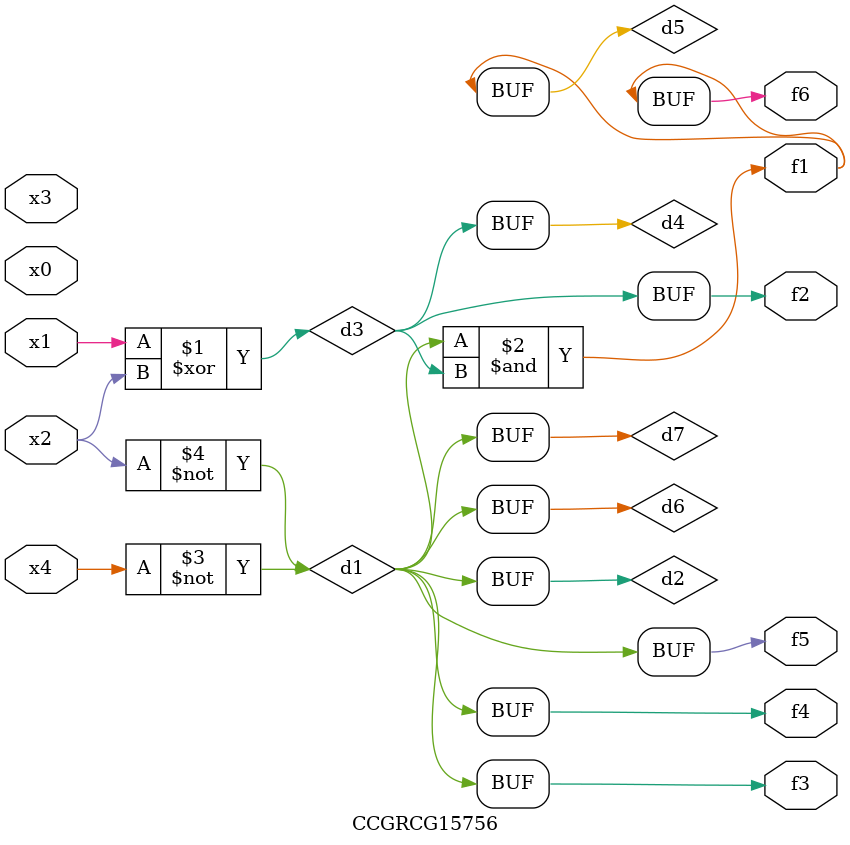
<source format=v>
module CCGRCG15756(
	input x0, x1, x2, x3, x4,
	output f1, f2, f3, f4, f5, f6
);

	wire d1, d2, d3, d4, d5, d6, d7;

	not (d1, x4);
	not (d2, x2);
	xor (d3, x1, x2);
	buf (d4, d3);
	and (d5, d1, d3);
	buf (d6, d1, d2);
	buf (d7, d2);
	assign f1 = d5;
	assign f2 = d4;
	assign f3 = d7;
	assign f4 = d7;
	assign f5 = d7;
	assign f6 = d5;
endmodule

</source>
